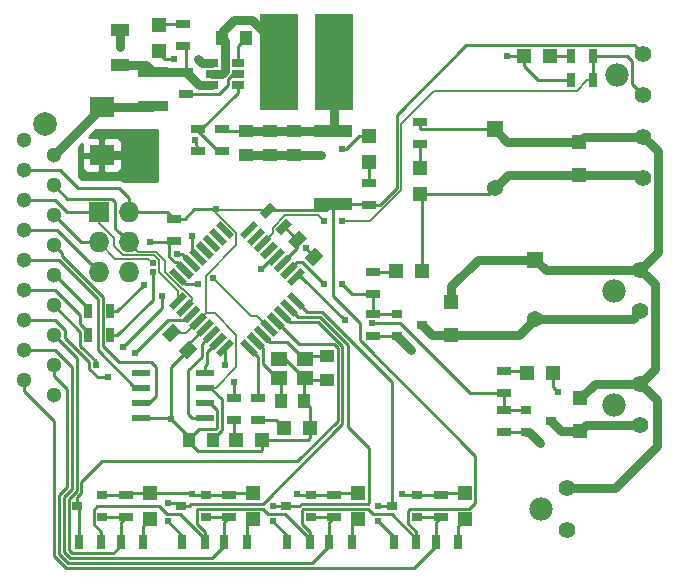
<source format=gbr>
G04 #@! TF.FileFunction,Copper,L1,Top,Signal*
%FSLAX46Y46*%
G04 Gerber Fmt 4.6, Leading zero omitted, Abs format (unit mm)*
G04 Created by KiCad (PCBNEW 4.0.7-e2-6376~58~ubuntu14.04.1) date Tue Feb 20 00:05:23 2018*
%MOMM*%
%LPD*%
G01*
G04 APERTURE LIST*
%ADD10C,0.100000*%
%ADD11R,1.371600X1.371600*%
%ADD12C,1.371600*%
%ADD13R,1.000000X1.250000*%
%ADD14R,1.600000X1.000000*%
%ADD15R,1.250000X1.000000*%
%ADD16R,1.200000X1.200000*%
%ADD17R,2.159000X1.778000*%
%ADD18R,2.500000X0.900000*%
%ADD19C,1.397000*%
%ADD20C,1.981000*%
%ADD21R,1.727200X1.727200*%
%ADD22O,1.727200X1.727200*%
%ADD23R,3.300000X8.200000*%
%ADD24R,0.700000X1.300000*%
%ADD25R,1.300000X0.700000*%
%ADD26R,3.200000X1.000000*%
%ADD27R,1.550000X0.600000*%
%ADD28R,1.060000X0.650000*%
%ADD29R,1.400000X1.200000*%
%ADD30R,0.900000X0.800000*%
%ADD31C,1.300000*%
%ADD32C,2.000000*%
%ADD33C,0.609600*%
%ADD34C,0.254000*%
%ADD35C,0.152400*%
%ADD36C,0.762000*%
G04 APERTURE END LIST*
D10*
G36*
X79987666Y-80398445D02*
X79598757Y-80009536D01*
X80730128Y-78878165D01*
X81119037Y-79267074D01*
X79987666Y-80398445D01*
X79987666Y-80398445D01*
G37*
G36*
X80553352Y-80964130D02*
X80164443Y-80575221D01*
X81295814Y-79443850D01*
X81684723Y-79832759D01*
X80553352Y-80964130D01*
X80553352Y-80964130D01*
G37*
G36*
X81119037Y-81529816D02*
X80730128Y-81140907D01*
X81861499Y-80009536D01*
X82250408Y-80398445D01*
X81119037Y-81529816D01*
X81119037Y-81529816D01*
G37*
G36*
X81684722Y-82095501D02*
X81295813Y-81706592D01*
X82427184Y-80575221D01*
X82816093Y-80964130D01*
X81684722Y-82095501D01*
X81684722Y-82095501D01*
G37*
G36*
X82250408Y-82661187D02*
X81861499Y-82272278D01*
X82992870Y-81140907D01*
X83381779Y-81529816D01*
X82250408Y-82661187D01*
X82250408Y-82661187D01*
G37*
G36*
X82816093Y-83226872D02*
X82427184Y-82837963D01*
X83558555Y-81706592D01*
X83947464Y-82095501D01*
X82816093Y-83226872D01*
X82816093Y-83226872D01*
G37*
G36*
X83381779Y-83792557D02*
X82992870Y-83403648D01*
X84124241Y-82272277D01*
X84513150Y-82661186D01*
X83381779Y-83792557D01*
X83381779Y-83792557D01*
G37*
G36*
X83947464Y-84358243D02*
X83558555Y-83969334D01*
X84689926Y-82837963D01*
X85078835Y-83226872D01*
X83947464Y-84358243D01*
X83947464Y-84358243D01*
G37*
G36*
X87129445Y-83969334D02*
X86740536Y-84358243D01*
X85609165Y-83226872D01*
X85998074Y-82837963D01*
X87129445Y-83969334D01*
X87129445Y-83969334D01*
G37*
G36*
X87695130Y-83403648D02*
X87306221Y-83792557D01*
X86174850Y-82661186D01*
X86563759Y-82272277D01*
X87695130Y-83403648D01*
X87695130Y-83403648D01*
G37*
G36*
X88260816Y-82837963D02*
X87871907Y-83226872D01*
X86740536Y-82095501D01*
X87129445Y-81706592D01*
X88260816Y-82837963D01*
X88260816Y-82837963D01*
G37*
G36*
X88826501Y-82272278D02*
X88437592Y-82661187D01*
X87306221Y-81529816D01*
X87695130Y-81140907D01*
X88826501Y-82272278D01*
X88826501Y-82272278D01*
G37*
G36*
X89392187Y-81706592D02*
X89003278Y-82095501D01*
X87871907Y-80964130D01*
X88260816Y-80575221D01*
X89392187Y-81706592D01*
X89392187Y-81706592D01*
G37*
G36*
X89957872Y-81140907D02*
X89568963Y-81529816D01*
X88437592Y-80398445D01*
X88826501Y-80009536D01*
X89957872Y-81140907D01*
X89957872Y-81140907D01*
G37*
G36*
X90523557Y-80575221D02*
X90134648Y-80964130D01*
X89003277Y-79832759D01*
X89392186Y-79443850D01*
X90523557Y-80575221D01*
X90523557Y-80575221D01*
G37*
G36*
X91089243Y-80009536D02*
X90700334Y-80398445D01*
X89568963Y-79267074D01*
X89957872Y-78878165D01*
X91089243Y-80009536D01*
X91089243Y-80009536D01*
G37*
G36*
X89957872Y-78347835D02*
X89568963Y-77958926D01*
X90700334Y-76827555D01*
X91089243Y-77216464D01*
X89957872Y-78347835D01*
X89957872Y-78347835D01*
G37*
G36*
X89392186Y-77782150D02*
X89003277Y-77393241D01*
X90134648Y-76261870D01*
X90523557Y-76650779D01*
X89392186Y-77782150D01*
X89392186Y-77782150D01*
G37*
G36*
X88826501Y-77216464D02*
X88437592Y-76827555D01*
X89568963Y-75696184D01*
X89957872Y-76085093D01*
X88826501Y-77216464D01*
X88826501Y-77216464D01*
G37*
G36*
X88260816Y-76650779D02*
X87871907Y-76261870D01*
X89003278Y-75130499D01*
X89392187Y-75519408D01*
X88260816Y-76650779D01*
X88260816Y-76650779D01*
G37*
G36*
X87695130Y-76085093D02*
X87306221Y-75696184D01*
X88437592Y-74564813D01*
X88826501Y-74953722D01*
X87695130Y-76085093D01*
X87695130Y-76085093D01*
G37*
G36*
X87129445Y-75519408D02*
X86740536Y-75130499D01*
X87871907Y-73999128D01*
X88260816Y-74388037D01*
X87129445Y-75519408D01*
X87129445Y-75519408D01*
G37*
G36*
X86563759Y-74953723D02*
X86174850Y-74564814D01*
X87306221Y-73433443D01*
X87695130Y-73822352D01*
X86563759Y-74953723D01*
X86563759Y-74953723D01*
G37*
G36*
X85998074Y-74388037D02*
X85609165Y-73999128D01*
X86740536Y-72867757D01*
X87129445Y-73256666D01*
X85998074Y-74388037D01*
X85998074Y-74388037D01*
G37*
G36*
X85078835Y-73999128D02*
X84689926Y-74388037D01*
X83558555Y-73256666D01*
X83947464Y-72867757D01*
X85078835Y-73999128D01*
X85078835Y-73999128D01*
G37*
G36*
X84513150Y-74564814D02*
X84124241Y-74953723D01*
X82992870Y-73822352D01*
X83381779Y-73433443D01*
X84513150Y-74564814D01*
X84513150Y-74564814D01*
G37*
G36*
X83947464Y-75130499D02*
X83558555Y-75519408D01*
X82427184Y-74388037D01*
X82816093Y-73999128D01*
X83947464Y-75130499D01*
X83947464Y-75130499D01*
G37*
G36*
X83381779Y-75696184D02*
X82992870Y-76085093D01*
X81861499Y-74953722D01*
X82250408Y-74564813D01*
X83381779Y-75696184D01*
X83381779Y-75696184D01*
G37*
G36*
X82816093Y-76261870D02*
X82427184Y-76650779D01*
X81295813Y-75519408D01*
X81684722Y-75130499D01*
X82816093Y-76261870D01*
X82816093Y-76261870D01*
G37*
G36*
X82250408Y-76827555D02*
X81861499Y-77216464D01*
X80730128Y-76085093D01*
X81119037Y-75696184D01*
X82250408Y-76827555D01*
X82250408Y-76827555D01*
G37*
G36*
X81684723Y-77393241D02*
X81295814Y-77782150D01*
X80164443Y-76650779D01*
X80553352Y-76261870D01*
X81684723Y-77393241D01*
X81684723Y-77393241D01*
G37*
G36*
X81119037Y-77958926D02*
X80730128Y-78347835D01*
X79598757Y-77216464D01*
X79987666Y-76827555D01*
X81119037Y-77958926D01*
X81119037Y-77958926D01*
G37*
D11*
X107188000Y-65100200D03*
X107188000Y-65100200D03*
D12*
X107188000Y-70104000D03*
X107188000Y-70104000D03*
D11*
X110617000Y-76149200D03*
X110617000Y-76149200D03*
D12*
X110617000Y-81153000D03*
X110617000Y-81153000D03*
D13*
X83296000Y-91440000D03*
X81296000Y-91440000D03*
D10*
G36*
X79015398Y-82439281D02*
X79899281Y-81555398D01*
X80606388Y-82262505D01*
X79722505Y-83146388D01*
X79015398Y-82439281D01*
X79015398Y-82439281D01*
G37*
G36*
X80429612Y-83853495D02*
X81313495Y-82969612D01*
X82020602Y-83676719D01*
X81136719Y-84560602D01*
X80429612Y-83853495D01*
X80429612Y-83853495D01*
G37*
G36*
X89683398Y-74565281D02*
X90567281Y-73681398D01*
X91274388Y-74388505D01*
X90390505Y-75272388D01*
X89683398Y-74565281D01*
X89683398Y-74565281D01*
G37*
G36*
X91097612Y-75979495D02*
X91981495Y-75095612D01*
X92688602Y-75802719D01*
X91804719Y-76686602D01*
X91097612Y-75979495D01*
X91097612Y-75979495D01*
G37*
D14*
X75438000Y-59666000D03*
X75438000Y-56666000D03*
D13*
X86090000Y-57404000D03*
X84090000Y-57404000D03*
D15*
X92964000Y-84344000D03*
X92964000Y-86344000D03*
D13*
X89043000Y-88138000D03*
X91043000Y-88138000D03*
D15*
X90170000Y-65294000D03*
X90170000Y-67294000D03*
D16*
X114300000Y-66164000D03*
X114300000Y-68964000D03*
X111844000Y-58928000D03*
X109644000Y-58928000D03*
X100838000Y-68369000D03*
X100838000Y-70569000D03*
X109898000Y-85725000D03*
X112098000Y-85725000D03*
X104648000Y-98128000D03*
X104648000Y-95928000D03*
X95631000Y-98128000D03*
X95631000Y-95928000D03*
X114427000Y-87881000D03*
X114427000Y-90681000D03*
X85260000Y-91440000D03*
X87460000Y-91440000D03*
X89324000Y-90424000D03*
X91524000Y-90424000D03*
X98849000Y-77089000D03*
X101049000Y-77089000D03*
X77978000Y-98128000D03*
X77978000Y-95928000D03*
X86741000Y-98128000D03*
X86741000Y-95928000D03*
X103505000Y-79753000D03*
X103505000Y-82553000D03*
D17*
X73914000Y-67310000D03*
X73914000Y-63246000D03*
D16*
X78740000Y-56304000D03*
X78740000Y-58504000D03*
X96520000Y-67902000D03*
X96520000Y-65702000D03*
D18*
X78232000Y-63172000D03*
X78232000Y-60272000D03*
D19*
X119761000Y-62230000D03*
X119761000Y-58730000D03*
D20*
X117531000Y-60480000D03*
D19*
X119761000Y-65730000D03*
X119761000Y-69230000D03*
X113284000Y-99004000D03*
X113284000Y-95504000D03*
D20*
X111054000Y-97254000D03*
D19*
X119507000Y-90170000D03*
X119507000Y-86670000D03*
D20*
X117277000Y-88420000D03*
D19*
X119507000Y-80518000D03*
X119507000Y-77018000D03*
D20*
X117277000Y-78768000D03*
D21*
X73660000Y-72136000D03*
D22*
X76200000Y-72136000D03*
X73660000Y-74676000D03*
X76200000Y-74676000D03*
X73660000Y-77216000D03*
X76200000Y-77216000D03*
D23*
X88900000Y-59436000D03*
X93600000Y-59436000D03*
D24*
X115504000Y-58928000D03*
X113604000Y-58928000D03*
X115504000Y-60960000D03*
X113604000Y-60960000D03*
D25*
X100838000Y-64455000D03*
X100838000Y-66355000D03*
X107950000Y-87437000D03*
X107950000Y-85537000D03*
X107950000Y-88839000D03*
X107950000Y-90739000D03*
D24*
X104074000Y-100076000D03*
X102174000Y-100076000D03*
X95057000Y-100076000D03*
X93157000Y-100076000D03*
D25*
X102616000Y-97978000D03*
X102616000Y-96078000D03*
X93599000Y-97978000D03*
X93599000Y-96078000D03*
X85090000Y-87823000D03*
X85090000Y-89723000D03*
D24*
X100518000Y-100076000D03*
X98618000Y-100076000D03*
X91501000Y-100076000D03*
X89601000Y-100076000D03*
D25*
X87122000Y-87823000D03*
X87122000Y-89723000D03*
X96901000Y-79055000D03*
X96901000Y-77155000D03*
X96901000Y-80711000D03*
X96901000Y-82611000D03*
D24*
X77404000Y-100076000D03*
X75504000Y-100076000D03*
X86167000Y-100076000D03*
X84267000Y-100076000D03*
D25*
X75946000Y-97978000D03*
X75946000Y-96078000D03*
X84709000Y-97978000D03*
X84709000Y-96078000D03*
D24*
X73848000Y-100076000D03*
X71948000Y-100076000D03*
X82611000Y-100076000D03*
X80711000Y-100076000D03*
D10*
G36*
X87267142Y-72184381D02*
X88186381Y-71265142D01*
X88681356Y-71760117D01*
X87762117Y-72679356D01*
X87267142Y-72184381D01*
X87267142Y-72184381D01*
G37*
G36*
X88610644Y-73527883D02*
X89529883Y-72608644D01*
X90024858Y-73103619D01*
X89105619Y-74022858D01*
X88610644Y-73527883D01*
X88610644Y-73527883D01*
G37*
D25*
X80772000Y-58100000D03*
X80772000Y-56200000D03*
X81026000Y-60264000D03*
X81026000Y-62164000D03*
X82042000Y-65090000D03*
X82042000Y-66990000D03*
X84074000Y-66990000D03*
X84074000Y-65090000D03*
D24*
X74610000Y-80518000D03*
X72710000Y-80518000D03*
X72710000Y-82550000D03*
X74610000Y-82550000D03*
D26*
X93472000Y-71426000D03*
X93472000Y-65226000D03*
D25*
X80010000Y-72710000D03*
X80010000Y-74610000D03*
X96520000Y-71562000D03*
X96520000Y-69662000D03*
D27*
X82608400Y-89535000D03*
X82608400Y-88265000D03*
X82608400Y-86995000D03*
X82608400Y-85725000D03*
X77208400Y-85725000D03*
X77208400Y-86995000D03*
X77208400Y-88265000D03*
X77208400Y-89535000D03*
D28*
X83228000Y-59502000D03*
X83228000Y-60452000D03*
X83228000Y-61402000D03*
X85428000Y-61402000D03*
X85428000Y-59502000D03*
X85428000Y-60452000D03*
D29*
X91143000Y-84544000D03*
X88943000Y-84544000D03*
X88943000Y-86144000D03*
X91143000Y-86144000D03*
D30*
X109821000Y-88839000D03*
X109821000Y-90739000D03*
X111921000Y-89789000D03*
X100618000Y-97978000D03*
X100618000Y-96078000D03*
X98518000Y-97028000D03*
X91601000Y-97978000D03*
X91601000Y-96078000D03*
X89501000Y-97028000D03*
X98899000Y-80711000D03*
X98899000Y-82611000D03*
X100999000Y-81661000D03*
X73948000Y-97978000D03*
X73948000Y-96078000D03*
X71848000Y-97028000D03*
X82711000Y-97978000D03*
X82711000Y-96078000D03*
X80611000Y-97028000D03*
D15*
X88138000Y-65294000D03*
X88138000Y-67294000D03*
X86106000Y-65294000D03*
X86106000Y-67294000D03*
D31*
X67310000Y-71120000D03*
X67310000Y-68580000D03*
X67310000Y-66040000D03*
X67310000Y-73660000D03*
X69850000Y-67310000D03*
X69850000Y-69850000D03*
X69850000Y-72390000D03*
X69850000Y-74930000D03*
X67310000Y-76200000D03*
X69850000Y-77470000D03*
X67310000Y-78740000D03*
X69850000Y-80010000D03*
X67310000Y-81280000D03*
X69850000Y-82550000D03*
X67310000Y-83820000D03*
X69850000Y-85090000D03*
X67310000Y-86360000D03*
X69850000Y-87630000D03*
D32*
X69110000Y-64640000D03*
D33*
X83566000Y-71882000D03*
X76454000Y-65532000D03*
X77470000Y-65532000D03*
X76454000Y-68580000D03*
X77470000Y-68580000D03*
X77978000Y-67818000D03*
X76962000Y-67818000D03*
X77470000Y-67056000D03*
X77978000Y-66294000D03*
X76962000Y-66294000D03*
X108204000Y-58928000D03*
X79756000Y-89662000D03*
X81534000Y-96012000D03*
X99314000Y-96012000D03*
X90424000Y-96012000D03*
X112522000Y-87376000D03*
X91186000Y-75184000D03*
X87376000Y-76962000D03*
X110998000Y-91694000D03*
X100076000Y-83820000D03*
X82042000Y-59182000D03*
X94234000Y-66802000D03*
X92456000Y-67310000D03*
X81788000Y-66040000D03*
X80010000Y-59182000D03*
X75438000Y-58166000D03*
X83312000Y-77724000D03*
X78232000Y-76454000D03*
X92710000Y-78232000D03*
X94234000Y-78232000D03*
X96774000Y-81534000D03*
X94488000Y-81280000D03*
X79502000Y-96774000D03*
X79502000Y-98298000D03*
X88392000Y-97028000D03*
X88392000Y-98298000D03*
X84318695Y-85090000D03*
X85090000Y-86487000D03*
X77978000Y-74676000D03*
X82042000Y-78232000D03*
X78994000Y-79248000D03*
X75692000Y-83566000D03*
X73406000Y-85090000D03*
X76708000Y-84074000D03*
X74422000Y-86106000D03*
X97282000Y-97028000D03*
X97282000Y-98298000D03*
X94234000Y-72898000D03*
X92710000Y-72898000D03*
X77470000Y-78262000D03*
X81534000Y-74168000D03*
X78232000Y-77216000D03*
X80264000Y-75692000D03*
D34*
X95758000Y-82970922D02*
X105527401Y-92740323D01*
X93472000Y-71426000D02*
X93472000Y-79248000D01*
X95758000Y-82970922D02*
X95758000Y-81534000D01*
X95758000Y-81534000D02*
X93472000Y-79248000D01*
X82611000Y-100076000D02*
X82611000Y-99776000D01*
X78740000Y-97028000D02*
X73545078Y-97028000D01*
X82611000Y-99776000D02*
X80542401Y-97707401D01*
X79419401Y-97707401D02*
X78740000Y-97028000D01*
X73545078Y-97028000D02*
X73218599Y-97354479D01*
X73218599Y-97354479D02*
X73218599Y-98542599D01*
X80542401Y-97707401D02*
X79419401Y-97707401D01*
X73218599Y-98542599D02*
X73848000Y-99172000D01*
X73848000Y-99172000D02*
X73848000Y-100076000D01*
X91501000Y-100076000D02*
X91501000Y-99776000D01*
X91501000Y-99776000D02*
X89432401Y-97707401D01*
X82035479Y-97248599D02*
X81981599Y-97302479D01*
X89432401Y-97707401D02*
X88023323Y-97707401D01*
X88023323Y-97707401D02*
X87564521Y-97248599D01*
X87564521Y-97248599D02*
X82035479Y-97248599D01*
X81981599Y-98542599D02*
X82611000Y-99172000D01*
X81981599Y-97302479D02*
X81981599Y-98542599D01*
X82611000Y-99172000D02*
X82611000Y-100076000D01*
X100518000Y-100076000D02*
X100518000Y-99776000D01*
X90871599Y-97354479D02*
X90871599Y-98542599D01*
X100518000Y-99776000D02*
X98449401Y-97707401D01*
X90977479Y-97248599D02*
X90871599Y-97354479D01*
X98449401Y-97707401D02*
X96913323Y-97707401D01*
X96913323Y-97707401D02*
X96454521Y-97248599D01*
X96454521Y-97248599D02*
X90977479Y-97248599D01*
X90871599Y-98542599D02*
X91501000Y-99172000D01*
X91501000Y-99172000D02*
X91501000Y-100076000D01*
X99994479Y-97248599D02*
X99822000Y-97421078D01*
X99822000Y-97421078D02*
X99822000Y-98476000D01*
X99822000Y-98476000D02*
X100518000Y-99172000D01*
X100518000Y-99172000D02*
X100518000Y-100076000D01*
X105527401Y-92740323D02*
X105527401Y-96751521D01*
X105527401Y-96751521D02*
X105030323Y-97248599D01*
X105030323Y-97248599D02*
X99994479Y-97248599D01*
X96520000Y-71562000D02*
X97424000Y-71562000D01*
X97424000Y-71562000D02*
X98892599Y-70093401D01*
X104775479Y-57998599D02*
X119029599Y-57998599D01*
X98892599Y-70093401D02*
X98892599Y-63881479D01*
X119062501Y-58031501D02*
X119761000Y-58730000D01*
X98892599Y-63881479D02*
X104775479Y-57998599D01*
X119029599Y-57998599D02*
X119062501Y-58031501D01*
X83566000Y-71882000D02*
X81742000Y-71882000D01*
X81742000Y-71882000D02*
X80914000Y-72710000D01*
X80914000Y-72710000D02*
X80010000Y-72710000D01*
D35*
X83566000Y-71882000D02*
X83566000Y-72162988D01*
X83566000Y-72162988D02*
X83610612Y-72207600D01*
X87974249Y-71972249D02*
X83656249Y-71972249D01*
X83656249Y-71972249D02*
X83566000Y-71882000D01*
X80010000Y-72710000D02*
X80310000Y-72710000D01*
X82692348Y-77554218D02*
X82692348Y-80698966D01*
X83610612Y-72207600D02*
X85307445Y-73904433D01*
X85307445Y-73904433D02*
X85307445Y-74939121D01*
X85307445Y-74939121D02*
X82692348Y-77554218D01*
X82692348Y-80698966D02*
X82055953Y-81335361D01*
X82055953Y-81335361D02*
X81040421Y-82350893D01*
X81040421Y-82350893D02*
X79810893Y-82350893D01*
X85307445Y-82513445D02*
X83492966Y-80698966D01*
X83492966Y-80698966D02*
X82692348Y-80698966D01*
X82608400Y-86995000D02*
X83542298Y-86995000D01*
X83542298Y-86995000D02*
X85307445Y-85229853D01*
X85307445Y-85229853D02*
X85307445Y-82513445D01*
D34*
X87974249Y-71972249D02*
X92925751Y-71972249D01*
X92925751Y-71972249D02*
X93472000Y-71426000D01*
X87379274Y-71972249D02*
X87974249Y-71972249D01*
X76200000Y-72136000D02*
X79436000Y-72136000D01*
X79436000Y-72136000D02*
X80010000Y-72710000D01*
X71882000Y-70104000D02*
X75389314Y-70104000D01*
X75389314Y-70104000D02*
X76200000Y-70914686D01*
X76200000Y-70914686D02*
X76200000Y-72136000D01*
X70358000Y-68580000D02*
X71882000Y-70104000D01*
X67310000Y-68580000D02*
X70358000Y-68580000D01*
X82608400Y-86995000D02*
X83083400Y-86995000D01*
X84069211Y-90541789D02*
X83296000Y-91315000D01*
X83083400Y-86995000D02*
X84069211Y-87980811D01*
X84069211Y-87980811D02*
X84069211Y-90541789D01*
X83296000Y-91315000D02*
X83296000Y-91440000D01*
X93472000Y-71426000D02*
X96384000Y-71426000D01*
X96384000Y-71426000D02*
X96520000Y-71562000D01*
D35*
X76454000Y-68580000D02*
X76454000Y-66548000D01*
X76454000Y-66548000D02*
X77470000Y-65532000D01*
X77978000Y-67818000D02*
X77978000Y-68072000D01*
X77978000Y-68072000D02*
X77470000Y-68580000D01*
X77470000Y-67056000D02*
X77470000Y-67310000D01*
X77470000Y-67310000D02*
X76962000Y-67818000D01*
X76962000Y-66294000D02*
X77978000Y-66294000D01*
D36*
X75946000Y-67310000D02*
X76962000Y-66294000D01*
X73914000Y-67310000D02*
X75946000Y-67310000D01*
X88138000Y-67294000D02*
X90170000Y-67294000D01*
X86106000Y-67294000D02*
X88138000Y-67294000D01*
X114300000Y-68964000D02*
X108328000Y-68964000D01*
X108328000Y-68964000D02*
X107188000Y-70104000D01*
D34*
X75946000Y-96078000D02*
X73948000Y-96078000D01*
X77978000Y-95928000D02*
X76096000Y-95928000D01*
X76096000Y-95928000D02*
X75946000Y-96078000D01*
X84709000Y-96078000D02*
X82711000Y-96078000D01*
X86741000Y-95928000D02*
X84859000Y-95928000D01*
X84859000Y-95928000D02*
X84709000Y-96078000D01*
X93599000Y-96078000D02*
X91601000Y-96078000D01*
X95631000Y-95928000D02*
X93749000Y-95928000D01*
X93749000Y-95928000D02*
X93599000Y-96078000D01*
X102616000Y-96078000D02*
X100618000Y-96078000D01*
X104648000Y-95928000D02*
X102766000Y-95928000D01*
X102766000Y-95928000D02*
X102616000Y-96078000D01*
X109644000Y-58928000D02*
X108204000Y-58928000D01*
X109644000Y-58928000D02*
X109644000Y-59782000D01*
X109644000Y-59782000D02*
X110822000Y-60960000D01*
X110822000Y-60960000D02*
X113000000Y-60960000D01*
X113000000Y-60960000D02*
X113604000Y-60960000D01*
X81225107Y-83765107D02*
X79756000Y-85234214D01*
X79756000Y-85234214D02*
X79756000Y-89662000D01*
X82621639Y-81901047D02*
X81225107Y-83297579D01*
X81225107Y-83297579D02*
X81225107Y-83765107D01*
X91524000Y-90424000D02*
X91524000Y-91278000D01*
X91524000Y-91278000D02*
X91362000Y-91440000D01*
X91362000Y-91440000D02*
X88314000Y-91440000D01*
X88314000Y-91440000D02*
X87460000Y-91440000D01*
X91524000Y-90424000D02*
X91524000Y-88619000D01*
X91524000Y-88619000D02*
X91043000Y-88138000D01*
X81296000Y-91440000D02*
X81296000Y-91565000D01*
X81296000Y-91565000D02*
X82075401Y-92344401D01*
X82075401Y-92344401D02*
X87409599Y-92344401D01*
X87460000Y-92294000D02*
X87460000Y-91440000D01*
X87409599Y-92344401D02*
X87460000Y-92294000D01*
X81296000Y-91440000D02*
X81296000Y-91202000D01*
X81296000Y-91202000D02*
X79756000Y-89662000D01*
X77208400Y-89535000D02*
X79629000Y-89535000D01*
X79629000Y-89535000D02*
X79756000Y-89662000D01*
X77978000Y-95928000D02*
X81450000Y-95928000D01*
X81450000Y-95928000D02*
X81534000Y-96012000D01*
X77828000Y-96078000D02*
X77978000Y-95928000D01*
X82711000Y-96078000D02*
X81600000Y-96078000D01*
X81600000Y-96078000D02*
X81534000Y-96012000D01*
X100618000Y-96078000D02*
X99380000Y-96078000D01*
X99380000Y-96078000D02*
X99314000Y-96012000D01*
X91601000Y-96078000D02*
X90490000Y-96078000D01*
X90490000Y-96078000D02*
X90424000Y-96012000D01*
X86591000Y-96078000D02*
X86741000Y-95928000D01*
X95481000Y-96078000D02*
X95631000Y-95928000D01*
X104498000Y-96078000D02*
X104648000Y-95928000D01*
X112098000Y-85725000D02*
X112098000Y-86952000D01*
X112098000Y-86952000D02*
X112522000Y-87376000D01*
X91893107Y-75891107D02*
X91186000Y-75184000D01*
X88632047Y-75890639D02*
X88447361Y-75890639D01*
X88447361Y-75890639D02*
X87376000Y-76962000D01*
X101049000Y-77089000D02*
X101049000Y-70780000D01*
X101049000Y-70780000D02*
X100838000Y-70569000D01*
X107950000Y-90739000D02*
X109821000Y-90739000D01*
X96901000Y-82611000D02*
X98899000Y-82611000D01*
D36*
X109821000Y-90739000D02*
X110043000Y-90739000D01*
X110043000Y-90739000D02*
X110998000Y-91694000D01*
X98899000Y-82611000D02*
X98899000Y-82643000D01*
X98899000Y-82643000D02*
X100076000Y-83820000D01*
D34*
X100838000Y-70569000D02*
X106723000Y-70569000D01*
X106723000Y-70569000D02*
X107188000Y-70104000D01*
D36*
X114300000Y-68964000D02*
X119495000Y-68964000D01*
X119495000Y-68964000D02*
X119761000Y-69230000D01*
D34*
X82608400Y-88265000D02*
X83083400Y-88265000D01*
X83083400Y-88265000D02*
X83662801Y-88844401D01*
X83566000Y-90449400D02*
X82161600Y-90449400D01*
X83662801Y-88844401D02*
X83662801Y-90352599D01*
X81296000Y-91315000D02*
X81296000Y-91440000D01*
X83662801Y-90352599D02*
X83566000Y-90449400D01*
X82161600Y-90449400D02*
X81296000Y-91315000D01*
X73914000Y-67310000D02*
X74104500Y-67310000D01*
D36*
X83228000Y-59502000D02*
X82362000Y-59502000D01*
X82362000Y-59502000D02*
X82042000Y-59182000D01*
D34*
X96520000Y-65702000D02*
X95666000Y-65702000D01*
X95666000Y-65702000D02*
X94566000Y-66802000D01*
X94566000Y-66802000D02*
X94234000Y-66802000D01*
D36*
X90170000Y-67294000D02*
X92440000Y-67294000D01*
X92440000Y-67294000D02*
X92456000Y-67310000D01*
D34*
X82042000Y-66990000D02*
X81810092Y-66062092D01*
X81810092Y-66062092D02*
X81788000Y-66040000D01*
X78740000Y-58674000D02*
X79248000Y-59182000D01*
X79248000Y-59182000D02*
X80010000Y-59182000D01*
X78740000Y-58504000D02*
X78740000Y-58674000D01*
D36*
X75438000Y-56666000D02*
X75438000Y-58166000D01*
D34*
X93345000Y-86344000D02*
X91343000Y-86344000D01*
X91343000Y-86344000D02*
X91143000Y-86144000D01*
X91043000Y-88138000D02*
X91043000Y-86244000D01*
X91043000Y-86244000D02*
X91143000Y-86144000D01*
X88943000Y-84544000D02*
X89443000Y-84544000D01*
X89443000Y-84544000D02*
X91043000Y-86144000D01*
X91043000Y-86144000D02*
X91143000Y-86144000D01*
D36*
X75438000Y-59666000D02*
X77626000Y-59666000D01*
X77626000Y-59666000D02*
X78232000Y-60272000D01*
D34*
X81026000Y-60264000D02*
X81026000Y-58354000D01*
X81026000Y-58354000D02*
X80772000Y-58100000D01*
D36*
X81026000Y-60264000D02*
X82164000Y-61402000D01*
X82164000Y-61402000D02*
X83228000Y-61402000D01*
X78232000Y-60272000D02*
X81018000Y-60272000D01*
X81018000Y-60272000D02*
X81026000Y-60264000D01*
D34*
X85428000Y-59502000D02*
X85428000Y-58066000D01*
X85428000Y-58066000D02*
X86090000Y-57404000D01*
X91143000Y-84544000D02*
X91043000Y-84544000D01*
X89602127Y-83103127D02*
X88137071Y-83103127D01*
X91043000Y-84544000D02*
X89602127Y-83103127D01*
X88137071Y-83103127D02*
X87500676Y-82466732D01*
X93345000Y-84344000D02*
X91343000Y-84344000D01*
X91343000Y-84344000D02*
X91143000Y-84544000D01*
X88943000Y-86144000D02*
X88740078Y-86144000D01*
X88740078Y-86144000D02*
X87571385Y-84975307D01*
X87571385Y-84975307D02*
X87571385Y-83668812D01*
X87571385Y-83668812D02*
X86934990Y-83032417D01*
X89043000Y-88138000D02*
X89043000Y-86244000D01*
X89043000Y-86244000D02*
X88943000Y-86144000D01*
X100838000Y-66355000D02*
X100838000Y-68369000D01*
X107950000Y-85537000D02*
X109710000Y-85537000D01*
X109710000Y-85537000D02*
X109898000Y-85725000D01*
X104074000Y-100076000D02*
X104074000Y-98702000D01*
X104074000Y-98702000D02*
X104648000Y-98128000D01*
D36*
X114427000Y-90681000D02*
X112813000Y-90681000D01*
X112813000Y-90681000D02*
X111921000Y-89789000D01*
X119507000Y-90170000D02*
X114938000Y-90170000D01*
X114938000Y-90170000D02*
X114427000Y-90681000D01*
D34*
X85090000Y-89723000D02*
X85090000Y-91270000D01*
X85090000Y-91270000D02*
X85260000Y-91440000D01*
X87122000Y-89723000D02*
X88623000Y-89723000D01*
X88623000Y-89723000D02*
X89324000Y-90424000D01*
X96901000Y-77155000D02*
X98783000Y-77155000D01*
X98783000Y-77155000D02*
X98849000Y-77089000D01*
D36*
X73914000Y-63246000D02*
X78158000Y-63246000D01*
X78158000Y-63246000D02*
X78232000Y-63172000D01*
X69850000Y-67310000D02*
X73914000Y-63246000D01*
D35*
X78765401Y-77190599D02*
X80358897Y-78784095D01*
X80358897Y-78784095D02*
X80358897Y-79638305D01*
X77647799Y-75768201D02*
X78335635Y-75768201D01*
X78335635Y-75768201D02*
X78765401Y-76197967D01*
X78765401Y-76197967D02*
X78765401Y-77190599D01*
X74930000Y-74329542D02*
X74930000Y-75022458D01*
X74930000Y-75022458D02*
X75675743Y-75768201D01*
X75675743Y-75768201D02*
X77647799Y-75768201D01*
X73660000Y-72136000D02*
X73660000Y-73059542D01*
X73660000Y-73059542D02*
X74930000Y-74329542D01*
D34*
X67310000Y-71120000D02*
X69955514Y-71120000D01*
X70971514Y-72136000D02*
X72542400Y-72136000D01*
X69955514Y-71120000D02*
X70971514Y-72136000D01*
X72542400Y-72136000D02*
X73660000Y-72136000D01*
D35*
X76200000Y-74676000D02*
X76987391Y-75463391D01*
X76987391Y-75463391D02*
X78461892Y-75463392D01*
X78461892Y-75463392D02*
X79248000Y-76249500D01*
X79248000Y-76249500D02*
X79248000Y-77189012D01*
X79248000Y-77189012D02*
X80708543Y-78649555D01*
X80708543Y-78649555D02*
X80824823Y-78649555D01*
X80824823Y-78649555D02*
X81560978Y-79385710D01*
X81560978Y-79385710D02*
X81560978Y-79567595D01*
X81560978Y-79567595D02*
X80924583Y-80203990D01*
D34*
X69850000Y-69850000D02*
X70992999Y-70992999D01*
X70992999Y-70992999D02*
X74747121Y-70992999D01*
X74747121Y-70992999D02*
X75056999Y-71302877D01*
X75336401Y-73812401D02*
X76200000Y-74676000D01*
X75056999Y-71302877D02*
X75056999Y-73532999D01*
X75056999Y-73532999D02*
X75336401Y-73812401D01*
X87122000Y-87823000D02*
X87122000Y-84350798D01*
X87122000Y-84350798D02*
X86369305Y-83598103D01*
D35*
X83312000Y-77724000D02*
X86511926Y-80923926D01*
X86511926Y-80923926D02*
X87089240Y-80923926D01*
X87089240Y-80923926D02*
X87429966Y-81264652D01*
X87429966Y-81264652D02*
X88066361Y-81901047D01*
X73660000Y-74676000D02*
X75057011Y-76073011D01*
X75057011Y-76073011D02*
X77851011Y-76073011D01*
X77851011Y-76073011D02*
X78232000Y-76454000D01*
D34*
X69850000Y-72390000D02*
X72136000Y-74676000D01*
X72136000Y-74676000D02*
X73660000Y-74676000D01*
X94234000Y-78232000D02*
X95057000Y-79055000D01*
X95057000Y-79055000D02*
X96901000Y-79055000D01*
X92710000Y-78232000D02*
X90863615Y-76385615D01*
X90863615Y-76385615D02*
X90399812Y-76385615D01*
X90399812Y-76385615D02*
X89763417Y-77022010D01*
X96901000Y-80711000D02*
X98899000Y-80711000D01*
X96901000Y-80711000D02*
X96901000Y-79055000D01*
X96774000Y-81534000D02*
X99174922Y-81534000D01*
X99174922Y-81534000D02*
X105077922Y-87437000D01*
X105077922Y-87437000D02*
X107046000Y-87437000D01*
X107046000Y-87437000D02*
X107950000Y-87437000D01*
X94488000Y-81280000D02*
X90795695Y-77587695D01*
X90795695Y-77587695D02*
X90329103Y-77587695D01*
X107950000Y-88839000D02*
X109821000Y-88839000D01*
X107950000Y-87437000D02*
X107950000Y-88839000D01*
X93559922Y-83312000D02*
X90608686Y-83312000D01*
X90608686Y-83312000D02*
X88632047Y-81335361D01*
X73914000Y-93218000D02*
X90432922Y-93218000D01*
X90432922Y-93218000D02*
X93868401Y-89782521D01*
X93868401Y-89782521D02*
X93868401Y-83620479D01*
X93868401Y-83620479D02*
X93559922Y-83312000D01*
X72186820Y-94945180D02*
X73914000Y-93218000D01*
X72186820Y-95911008D02*
X72186820Y-94945180D01*
X71848000Y-97028000D02*
X71848000Y-96249828D01*
X71848000Y-96249828D02*
X72186820Y-95911008D01*
X71948000Y-100076000D02*
X71948000Y-97128000D01*
X71948000Y-97128000D02*
X71848000Y-97028000D01*
X79502000Y-96774000D02*
X80357000Y-96774000D01*
X80357000Y-96774000D02*
X80611000Y-97028000D01*
X80711000Y-100076000D02*
X80711000Y-99507000D01*
X80711000Y-99507000D02*
X79502000Y-98298000D01*
X80611000Y-97028000D02*
X81315000Y-97028000D01*
X81315000Y-97028000D02*
X81500811Y-96842189D01*
X81500811Y-96842189D02*
X87529733Y-96842189D01*
X87529733Y-96842189D02*
X94274811Y-90097111D01*
X94274811Y-90097111D02*
X94274811Y-83452139D01*
X94274811Y-83452139D02*
X92228743Y-81406071D01*
X92228743Y-81406071D02*
X89834127Y-81406071D01*
X89834127Y-81406071D02*
X89197732Y-80769676D01*
X80711000Y-100376000D02*
X80711000Y-100076000D01*
X88392000Y-97028000D02*
X89501000Y-97028000D01*
X89601000Y-100076000D02*
X89601000Y-99507000D01*
X89601000Y-99507000D02*
X88392000Y-98298000D01*
X94742000Y-90326230D02*
X94742000Y-84074000D01*
X94742000Y-84074000D02*
X94742000Y-83748303D01*
X89763417Y-80203990D02*
X90559088Y-80999661D01*
X90559088Y-80999661D02*
X92397084Y-80999662D01*
X92397084Y-80999662D02*
X94742000Y-83344578D01*
X94742000Y-83344578D02*
X94742000Y-84074000D01*
X89501000Y-97028000D02*
X90623328Y-97028000D01*
X90623328Y-97028000D02*
X90843927Y-96807401D01*
X90843927Y-96807401D02*
X96454521Y-96807401D01*
X96454521Y-96807401D02*
X96510401Y-96751521D01*
X96510401Y-96751521D02*
X96510401Y-92094631D01*
X96510401Y-92094631D02*
X94742000Y-90326230D01*
X89601000Y-100076000D02*
X89601000Y-100376000D01*
X84318695Y-83598103D02*
X84318695Y-85090000D01*
X85090000Y-86487000D02*
X85090000Y-87823000D01*
X67310000Y-73660000D02*
X70104000Y-73660000D01*
X70104000Y-73660000D02*
X73660000Y-77216000D01*
X80010000Y-74610000D02*
X79710000Y-74610000D01*
X79603609Y-75896227D02*
X80092997Y-76385615D01*
X80288188Y-76385615D02*
X80924583Y-77022010D01*
X79710000Y-74610000D02*
X79603609Y-74716391D01*
X79603609Y-74716391D02*
X79603609Y-75896227D01*
X80092997Y-76385615D02*
X80288188Y-76385615D01*
X77978000Y-74676000D02*
X79944000Y-74676000D01*
X79944000Y-74676000D02*
X80010000Y-74610000D01*
X113604000Y-58928000D02*
X111844000Y-58928000D01*
X69850000Y-82550000D02*
X71780410Y-84480410D01*
X71780410Y-84480410D02*
X71780410Y-95742668D01*
X71780410Y-95742668D02*
X71118599Y-96404479D01*
X71118599Y-96404479D02*
X71118599Y-100749521D01*
X71118599Y-100749521D02*
X71374479Y-101005401D01*
X71374479Y-101005401D02*
X74874599Y-101005401D01*
X74874599Y-101005401D02*
X75504000Y-100376000D01*
X75504000Y-100376000D02*
X75504000Y-100076000D01*
X73948000Y-97978000D02*
X75946000Y-97978000D01*
X75504000Y-100076000D02*
X75504000Y-98420000D01*
X75504000Y-98420000D02*
X75946000Y-97978000D01*
X67310000Y-83820000D02*
X69955514Y-83820000D01*
X71206139Y-101411811D02*
X83231189Y-101411811D01*
X69955514Y-83820000D02*
X71374000Y-85238486D01*
X70712189Y-96236139D02*
X70712190Y-100917862D01*
X71374000Y-85238486D02*
X71374000Y-95574328D01*
X71374000Y-95574328D02*
X70712189Y-96236139D01*
X70712190Y-100917862D02*
X71206139Y-101411811D01*
X83231189Y-101411811D02*
X84267000Y-100376000D01*
X84267000Y-100376000D02*
X84267000Y-100076000D01*
X82711000Y-97978000D02*
X84709000Y-97978000D01*
X84267000Y-100076000D02*
X84267000Y-98420000D01*
X84267000Y-98420000D02*
X84709000Y-97978000D01*
X69850000Y-85090000D02*
X69850000Y-86009238D01*
X69850000Y-86009238D02*
X70967590Y-87126828D01*
X70967590Y-87126828D02*
X70967590Y-95405988D01*
X70967590Y-95405988D02*
X70305780Y-96067800D01*
X70305781Y-101086203D02*
X71037799Y-101818221D01*
X70305780Y-96067800D02*
X70305781Y-101086203D01*
X71037799Y-101818221D02*
X91714779Y-101818221D01*
X91714779Y-101818221D02*
X93157000Y-100376000D01*
X93157000Y-100376000D02*
X93157000Y-100076000D01*
X91601000Y-97978000D02*
X93599000Y-97978000D01*
X93157000Y-100076000D02*
X93157000Y-98420000D01*
X93157000Y-98420000D02*
X93599000Y-97978000D01*
X95057000Y-100076000D02*
X95057000Y-98702000D01*
X95057000Y-98702000D02*
X95631000Y-98128000D01*
X72710000Y-80518000D02*
X72710000Y-80218000D01*
X69962000Y-77470000D02*
X69850000Y-77470000D01*
X72710000Y-80218000D02*
X69962000Y-77470000D01*
X67310000Y-78740000D02*
X69955514Y-78740000D01*
X69955514Y-78740000D02*
X72080599Y-80865085D01*
X72080599Y-80865085D02*
X72080599Y-81620599D01*
X72080599Y-81620599D02*
X72710000Y-82250000D01*
X72710000Y-82250000D02*
X72710000Y-82550000D01*
X67310000Y-76200000D02*
X70291250Y-76200000D01*
X70291250Y-76200000D02*
X73574189Y-79482939D01*
X73574189Y-79482939D02*
X73574189Y-83835789D01*
X73574189Y-83835789D02*
X76733400Y-86995000D01*
X76733400Y-86995000D02*
X77208400Y-86995000D01*
X77208400Y-88265000D02*
X77901800Y-88265000D01*
X77901800Y-88265000D02*
X78458401Y-87708399D01*
X78458401Y-87708399D02*
X78458401Y-85201479D01*
X78458401Y-85201479D02*
X78092922Y-84836000D01*
X78092922Y-84836000D02*
X75393078Y-84836000D01*
X75393078Y-84836000D02*
X73980599Y-83423521D01*
X73980599Y-83423521D02*
X73980599Y-79314599D01*
X73980599Y-79314599D02*
X70499999Y-75833999D01*
X70499999Y-75833999D02*
X70499999Y-75579999D01*
X70499999Y-75579999D02*
X69850000Y-74930000D01*
D36*
X120904000Y-91948000D02*
X120904000Y-88067000D01*
X117348000Y-95504000D02*
X120904000Y-91948000D01*
X113284000Y-95504000D02*
X117348000Y-95504000D01*
X119507000Y-86670000D02*
X115638000Y-86670000D01*
X115638000Y-86670000D02*
X114427000Y-87881000D01*
X110617000Y-76149200D02*
X105746800Y-76149200D01*
X105746800Y-76149200D02*
X103505000Y-78391000D01*
X103505000Y-78391000D02*
X103505000Y-79753000D01*
X119507000Y-77018000D02*
X111485800Y-77018000D01*
X111485800Y-77018000D02*
X110617000Y-76149200D01*
D34*
X107188000Y-65100200D02*
X100879200Y-65100200D01*
X100879200Y-65100200D02*
X100838000Y-65059000D01*
X100838000Y-65059000D02*
X100838000Y-64455000D01*
D36*
X114300000Y-66164000D02*
X108251800Y-66164000D01*
X108251800Y-66164000D02*
X107188000Y-65100200D01*
X119761000Y-65730000D02*
X114734000Y-65730000D01*
X114734000Y-65730000D02*
X114300000Y-66164000D01*
X119507000Y-77018000D02*
X120992901Y-75532099D01*
X120992901Y-66961901D02*
X120459499Y-66428499D01*
X120992901Y-75532099D02*
X120992901Y-66961901D01*
X120459499Y-66428499D02*
X119761000Y-65730000D01*
X119507000Y-86670000D02*
X120738901Y-85438099D01*
X120738901Y-85438099D02*
X120738901Y-78249901D01*
X120738901Y-78249901D02*
X120205499Y-77716499D01*
X120205499Y-77716499D02*
X119507000Y-77018000D01*
X120904000Y-88067000D02*
X120205499Y-87368499D01*
X120205499Y-87368499D02*
X119507000Y-86670000D01*
D34*
X80358897Y-77587695D02*
X81003202Y-78232000D01*
X81003202Y-78232000D02*
X82042000Y-78232000D01*
X69850000Y-80010000D02*
X72080599Y-82240599D01*
X72080599Y-82240599D02*
X72080599Y-83423521D01*
X72080599Y-83423521D02*
X73406000Y-84748922D01*
X73406000Y-84748922D02*
X73406000Y-85090000D01*
X75692000Y-83566000D02*
X78994000Y-80264000D01*
X78994000Y-80264000D02*
X78994000Y-79248000D01*
X76708000Y-84074000D02*
X79538460Y-81243540D01*
X79538460Y-81243540D02*
X81016404Y-81243540D01*
X81016404Y-81243540D02*
X81490268Y-80769676D01*
X67310000Y-81280000D02*
X69955514Y-81280000D01*
X70779401Y-82103887D02*
X70779401Y-82767185D01*
X69955514Y-81280000D02*
X70779401Y-82103887D01*
X70779401Y-82767185D02*
X72821799Y-84809583D01*
X72821799Y-84809583D02*
X72821799Y-85370417D01*
X72821799Y-85370417D02*
X73557382Y-86106000D01*
X73557382Y-86106000D02*
X74422000Y-86106000D01*
X80983956Y-81275988D02*
X81490268Y-80769676D01*
D36*
X110617000Y-81153000D02*
X118872000Y-81153000D01*
X118872000Y-81153000D02*
X119507000Y-80518000D01*
X103505000Y-82553000D02*
X101891000Y-82553000D01*
X101891000Y-82553000D02*
X100999000Y-81661000D01*
X103505000Y-82553000D02*
X109217000Y-82553000D01*
X109217000Y-82553000D02*
X110617000Y-81153000D01*
D34*
X90478893Y-74476893D02*
X90478893Y-75175163D01*
X90478893Y-75175163D02*
X89197732Y-76456324D01*
X89317751Y-73315751D02*
X90478893Y-74476893D01*
D36*
X86614000Y-55880000D02*
X88900000Y-58166000D01*
X88900000Y-58166000D02*
X88900000Y-59436000D01*
X85090000Y-55880000D02*
X86614000Y-55880000D01*
X84090000Y-56880000D02*
X85090000Y-55880000D01*
X84090000Y-57404000D02*
X84090000Y-56880000D01*
X83228000Y-60452000D02*
X84074000Y-60452000D01*
X84074000Y-60452000D02*
X84364599Y-60161401D01*
X84364599Y-60161401D02*
X84364599Y-57678599D01*
X84364599Y-57678599D02*
X84090000Y-57404000D01*
X90170000Y-65294000D02*
X93404000Y-65294000D01*
X93404000Y-65294000D02*
X93472000Y-65226000D01*
X88138000Y-65294000D02*
X90170000Y-65294000D01*
X86106000Y-65294000D02*
X88138000Y-65294000D01*
D34*
X86106000Y-65294000D02*
X84278000Y-65294000D01*
X84278000Y-65294000D02*
X84074000Y-65090000D01*
X90238000Y-65226000D02*
X90170000Y-65294000D01*
D36*
X93600000Y-59436000D02*
X93600000Y-65098000D01*
X93600000Y-65098000D02*
X93472000Y-65226000D01*
D34*
X77404000Y-100076000D02*
X77404000Y-98702000D01*
X77404000Y-98702000D02*
X77978000Y-98128000D01*
X86167000Y-100076000D02*
X86167000Y-98702000D01*
X86167000Y-98702000D02*
X86741000Y-98128000D01*
X80772000Y-56200000D02*
X78844000Y-56200000D01*
X78844000Y-56200000D02*
X78740000Y-56304000D01*
X96520000Y-69662000D02*
X96520000Y-67902000D01*
X82397591Y-83256465D02*
X82397591Y-84353400D01*
X81229200Y-89184800D02*
X81229200Y-85526278D01*
X81229200Y-85526278D02*
X82397591Y-84357887D01*
X82397591Y-84357887D02*
X82397591Y-84353400D01*
X82608400Y-89535000D02*
X81579400Y-89535000D01*
X81579400Y-89535000D02*
X81229200Y-89184800D01*
X83187324Y-82466732D02*
X82397591Y-83256465D01*
X83753010Y-83032417D02*
X82804121Y-83981306D01*
X82804121Y-83981306D02*
X82804121Y-84975279D01*
X82804121Y-84975279D02*
X82608400Y-85171000D01*
X82608400Y-85171000D02*
X82608400Y-85725000D01*
X82804000Y-83981427D02*
X83753010Y-83032417D01*
X97282000Y-97028000D02*
X98518000Y-97028000D01*
X98618000Y-100076000D02*
X98618000Y-99634000D01*
X98618000Y-99634000D02*
X97282000Y-98298000D01*
X90329103Y-79638305D02*
X91284049Y-80593251D01*
X98518000Y-86545828D02*
X98518000Y-96374000D01*
X91284049Y-80593251D02*
X92565425Y-80593253D01*
X92565425Y-80593253D02*
X98518000Y-86545828D01*
X98518000Y-96374000D02*
X98518000Y-97028000D01*
X98618000Y-100076000D02*
X98618000Y-100376000D01*
D35*
X94234000Y-72898000D02*
X96590908Y-72898000D01*
X96590908Y-72898000D02*
X99248209Y-70240699D01*
X99248209Y-70240699D02*
X99248209Y-64633309D01*
X99248209Y-64633309D02*
X102042917Y-61838601D01*
X102042917Y-61838601D02*
X114122999Y-61838601D01*
X114122999Y-61838601D02*
X115001600Y-60960000D01*
X115001600Y-60960000D02*
X115504000Y-60960000D01*
X87500676Y-74759268D02*
X88382034Y-73877910D01*
X88382034Y-73877910D02*
X88382034Y-73433188D01*
X88382034Y-73433188D02*
X89435188Y-72380034D01*
X89435188Y-72380034D02*
X92192034Y-72380034D01*
X92192034Y-72380034D02*
X92710000Y-72898000D01*
D34*
X115504000Y-58928000D02*
X115504000Y-60960000D01*
X119761000Y-62230000D02*
X118800901Y-61269901D01*
X118800901Y-61269901D02*
X118800901Y-59364901D01*
X118800901Y-59364901D02*
X118364000Y-58928000D01*
X118364000Y-58928000D02*
X116108000Y-58928000D01*
X116108000Y-58928000D02*
X115504000Y-58928000D01*
X69850000Y-101205172D02*
X70869459Y-102224631D01*
X69850000Y-89819238D02*
X69850000Y-101205172D01*
X67310000Y-87279238D02*
X69850000Y-89819238D01*
X67310000Y-86360000D02*
X67310000Y-87279238D01*
X70869459Y-102224631D02*
X100325369Y-102224631D01*
X100325369Y-102224631D02*
X102174000Y-100376000D01*
X102174000Y-100376000D02*
X102174000Y-100076000D01*
X100618000Y-97978000D02*
X102616000Y-97978000D01*
X102174000Y-100076000D02*
X102174000Y-98420000D01*
X102174000Y-98420000D02*
X102616000Y-97978000D01*
X81026000Y-62164000D02*
X83823922Y-62164000D01*
X84618599Y-60853479D02*
X85020078Y-60452000D01*
X83823922Y-62164000D02*
X84618599Y-61369323D01*
X84618599Y-61369323D02*
X84618599Y-60853479D01*
X85020078Y-60452000D02*
X85428000Y-60452000D01*
X82042000Y-65090000D02*
X82342000Y-65090000D01*
X82342000Y-65090000D02*
X85428000Y-62004000D01*
X85428000Y-62004000D02*
X85428000Y-61981000D01*
X85428000Y-61981000D02*
X85428000Y-61402000D01*
X84074000Y-66990000D02*
X83774000Y-66990000D01*
X83774000Y-66990000D02*
X82042000Y-65258000D01*
X82042000Y-65258000D02*
X82042000Y-65090000D01*
X81534000Y-74168000D02*
X81534000Y-75368686D01*
X81534000Y-75368686D02*
X82055953Y-75890639D01*
X74610000Y-80518000D02*
X75214000Y-80518000D01*
X75214000Y-80518000D02*
X77470000Y-78262000D01*
X78232000Y-77216000D02*
X78232000Y-79532000D01*
X78232000Y-79532000D02*
X75214000Y-82550000D01*
X75214000Y-82550000D02*
X74610000Y-82550000D01*
X81490268Y-76456324D02*
X80725944Y-75692000D01*
X80725944Y-75692000D02*
X80264000Y-75692000D01*
G36*
X78613000Y-69469000D02*
X75784179Y-69469000D01*
X75680919Y-69400004D01*
X75389314Y-69342000D01*
X72197631Y-69342000D01*
X72009000Y-69153369D01*
X72009000Y-67595750D01*
X72199500Y-67595750D01*
X72199500Y-68325309D01*
X72296173Y-68558698D01*
X72474801Y-68737327D01*
X72708190Y-68834000D01*
X73628250Y-68834000D01*
X73787000Y-68675250D01*
X73787000Y-67437000D01*
X74041000Y-67437000D01*
X74041000Y-68675250D01*
X74199750Y-68834000D01*
X75119810Y-68834000D01*
X75353199Y-68737327D01*
X75531827Y-68558698D01*
X75628500Y-68325309D01*
X75628500Y-67595750D01*
X75469750Y-67437000D01*
X74041000Y-67437000D01*
X73787000Y-67437000D01*
X72358250Y-67437000D01*
X72199500Y-67595750D01*
X72009000Y-67595750D01*
X72009000Y-66587840D01*
X72199500Y-66397340D01*
X72199500Y-67024250D01*
X72358250Y-67183000D01*
X73787000Y-67183000D01*
X73787000Y-65944750D01*
X74041000Y-65944750D01*
X74041000Y-67183000D01*
X75469750Y-67183000D01*
X75628500Y-67024250D01*
X75628500Y-66294691D01*
X75531827Y-66061302D01*
X75353199Y-65882673D01*
X75119810Y-65786000D01*
X74199750Y-65786000D01*
X74041000Y-65944750D01*
X73787000Y-65944750D01*
X73628250Y-65786000D01*
X72810841Y-65786000D01*
X73445841Y-65151000D01*
X78613000Y-65151000D01*
X78613000Y-69469000D01*
X78613000Y-69469000D01*
G37*
X78613000Y-69469000D02*
X75784179Y-69469000D01*
X75680919Y-69400004D01*
X75389314Y-69342000D01*
X72197631Y-69342000D01*
X72009000Y-69153369D01*
X72009000Y-67595750D01*
X72199500Y-67595750D01*
X72199500Y-68325309D01*
X72296173Y-68558698D01*
X72474801Y-68737327D01*
X72708190Y-68834000D01*
X73628250Y-68834000D01*
X73787000Y-68675250D01*
X73787000Y-67437000D01*
X74041000Y-67437000D01*
X74041000Y-68675250D01*
X74199750Y-68834000D01*
X75119810Y-68834000D01*
X75353199Y-68737327D01*
X75531827Y-68558698D01*
X75628500Y-68325309D01*
X75628500Y-67595750D01*
X75469750Y-67437000D01*
X74041000Y-67437000D01*
X73787000Y-67437000D01*
X72358250Y-67437000D01*
X72199500Y-67595750D01*
X72009000Y-67595750D01*
X72009000Y-66587840D01*
X72199500Y-66397340D01*
X72199500Y-67024250D01*
X72358250Y-67183000D01*
X73787000Y-67183000D01*
X73787000Y-65944750D01*
X74041000Y-65944750D01*
X74041000Y-67183000D01*
X75469750Y-67183000D01*
X75628500Y-67024250D01*
X75628500Y-66294691D01*
X75531827Y-66061302D01*
X75353199Y-65882673D01*
X75119810Y-65786000D01*
X74199750Y-65786000D01*
X74041000Y-65944750D01*
X73787000Y-65944750D01*
X73628250Y-65786000D01*
X72810841Y-65786000D01*
X73445841Y-65151000D01*
X78613000Y-65151000D01*
X78613000Y-69469000D01*
M02*

</source>
